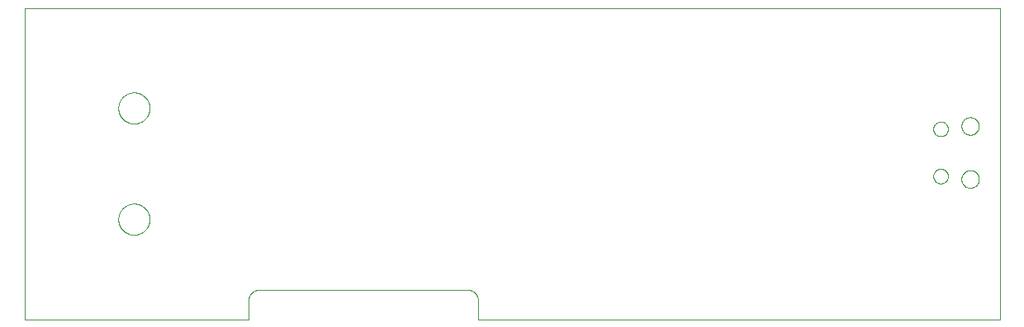
<source format=gbo>
G75*
%MOIN*%
%OFA0B0*%
%FSLAX25Y25*%
%IPPOS*%
%LPD*%
%AMOC8*
5,1,8,0,0,1.08239X$1,22.5*
%
%ADD10C,0.00000*%
D10*
X0001000Y0002063D02*
X0001000Y0128047D01*
X0394701Y0128047D01*
X0394701Y0002063D01*
X0184071Y0002063D01*
X0184071Y0009937D01*
X0184069Y0010061D01*
X0184063Y0010184D01*
X0184054Y0010308D01*
X0184040Y0010430D01*
X0184023Y0010553D01*
X0184001Y0010675D01*
X0183976Y0010796D01*
X0183947Y0010916D01*
X0183915Y0011035D01*
X0183878Y0011154D01*
X0183838Y0011271D01*
X0183795Y0011386D01*
X0183747Y0011501D01*
X0183696Y0011613D01*
X0183642Y0011724D01*
X0183584Y0011834D01*
X0183523Y0011941D01*
X0183458Y0012047D01*
X0183390Y0012150D01*
X0183319Y0012251D01*
X0183245Y0012350D01*
X0183168Y0012447D01*
X0183087Y0012541D01*
X0183004Y0012632D01*
X0182918Y0012721D01*
X0182829Y0012807D01*
X0182738Y0012890D01*
X0182644Y0012971D01*
X0182547Y0013048D01*
X0182448Y0013122D01*
X0182347Y0013193D01*
X0182244Y0013261D01*
X0182138Y0013326D01*
X0182031Y0013387D01*
X0181921Y0013445D01*
X0181810Y0013499D01*
X0181698Y0013550D01*
X0181583Y0013598D01*
X0181468Y0013641D01*
X0181351Y0013681D01*
X0181232Y0013718D01*
X0181113Y0013750D01*
X0180993Y0013779D01*
X0180872Y0013804D01*
X0180750Y0013826D01*
X0180627Y0013843D01*
X0180505Y0013857D01*
X0180381Y0013866D01*
X0180258Y0013872D01*
X0180134Y0013874D01*
X0095488Y0013874D01*
X0095364Y0013872D01*
X0095241Y0013866D01*
X0095117Y0013857D01*
X0094995Y0013843D01*
X0094872Y0013826D01*
X0094750Y0013804D01*
X0094629Y0013779D01*
X0094509Y0013750D01*
X0094390Y0013718D01*
X0094271Y0013681D01*
X0094154Y0013641D01*
X0094039Y0013598D01*
X0093924Y0013550D01*
X0093812Y0013499D01*
X0093701Y0013445D01*
X0093591Y0013387D01*
X0093484Y0013326D01*
X0093378Y0013261D01*
X0093275Y0013193D01*
X0093174Y0013122D01*
X0093075Y0013048D01*
X0092978Y0012971D01*
X0092884Y0012890D01*
X0092793Y0012807D01*
X0092704Y0012721D01*
X0092618Y0012632D01*
X0092535Y0012541D01*
X0092454Y0012447D01*
X0092377Y0012350D01*
X0092303Y0012251D01*
X0092232Y0012150D01*
X0092164Y0012047D01*
X0092099Y0011941D01*
X0092038Y0011834D01*
X0091980Y0011724D01*
X0091926Y0011613D01*
X0091875Y0011501D01*
X0091827Y0011386D01*
X0091784Y0011271D01*
X0091744Y0011154D01*
X0091707Y0011035D01*
X0091675Y0010916D01*
X0091646Y0010796D01*
X0091621Y0010675D01*
X0091599Y0010553D01*
X0091582Y0010430D01*
X0091568Y0010308D01*
X0091559Y0010184D01*
X0091553Y0010061D01*
X0091551Y0009937D01*
X0091551Y0002063D01*
X0001000Y0002063D01*
X0038934Y0042512D02*
X0038936Y0042670D01*
X0038942Y0042828D01*
X0038952Y0042986D01*
X0038966Y0043144D01*
X0038984Y0043301D01*
X0039005Y0043458D01*
X0039031Y0043614D01*
X0039061Y0043770D01*
X0039094Y0043925D01*
X0039132Y0044078D01*
X0039173Y0044231D01*
X0039218Y0044383D01*
X0039267Y0044534D01*
X0039320Y0044683D01*
X0039376Y0044831D01*
X0039436Y0044977D01*
X0039500Y0045122D01*
X0039568Y0045265D01*
X0039639Y0045407D01*
X0039713Y0045547D01*
X0039791Y0045684D01*
X0039873Y0045820D01*
X0039957Y0045954D01*
X0040046Y0046085D01*
X0040137Y0046214D01*
X0040232Y0046341D01*
X0040329Y0046466D01*
X0040430Y0046588D01*
X0040534Y0046707D01*
X0040641Y0046824D01*
X0040751Y0046938D01*
X0040864Y0047049D01*
X0040979Y0047158D01*
X0041097Y0047263D01*
X0041218Y0047365D01*
X0041341Y0047465D01*
X0041467Y0047561D01*
X0041595Y0047654D01*
X0041725Y0047744D01*
X0041858Y0047830D01*
X0041993Y0047914D01*
X0042129Y0047993D01*
X0042268Y0048070D01*
X0042409Y0048142D01*
X0042551Y0048212D01*
X0042695Y0048277D01*
X0042841Y0048339D01*
X0042988Y0048397D01*
X0043137Y0048452D01*
X0043287Y0048503D01*
X0043438Y0048550D01*
X0043590Y0048593D01*
X0043743Y0048632D01*
X0043898Y0048668D01*
X0044053Y0048699D01*
X0044209Y0048727D01*
X0044365Y0048751D01*
X0044522Y0048771D01*
X0044680Y0048787D01*
X0044837Y0048799D01*
X0044996Y0048807D01*
X0045154Y0048811D01*
X0045312Y0048811D01*
X0045470Y0048807D01*
X0045629Y0048799D01*
X0045786Y0048787D01*
X0045944Y0048771D01*
X0046101Y0048751D01*
X0046257Y0048727D01*
X0046413Y0048699D01*
X0046568Y0048668D01*
X0046723Y0048632D01*
X0046876Y0048593D01*
X0047028Y0048550D01*
X0047179Y0048503D01*
X0047329Y0048452D01*
X0047478Y0048397D01*
X0047625Y0048339D01*
X0047771Y0048277D01*
X0047915Y0048212D01*
X0048057Y0048142D01*
X0048198Y0048070D01*
X0048337Y0047993D01*
X0048473Y0047914D01*
X0048608Y0047830D01*
X0048741Y0047744D01*
X0048871Y0047654D01*
X0048999Y0047561D01*
X0049125Y0047465D01*
X0049248Y0047365D01*
X0049369Y0047263D01*
X0049487Y0047158D01*
X0049602Y0047049D01*
X0049715Y0046938D01*
X0049825Y0046824D01*
X0049932Y0046707D01*
X0050036Y0046588D01*
X0050137Y0046466D01*
X0050234Y0046341D01*
X0050329Y0046214D01*
X0050420Y0046085D01*
X0050509Y0045954D01*
X0050593Y0045820D01*
X0050675Y0045684D01*
X0050753Y0045547D01*
X0050827Y0045407D01*
X0050898Y0045265D01*
X0050966Y0045122D01*
X0051030Y0044977D01*
X0051090Y0044831D01*
X0051146Y0044683D01*
X0051199Y0044534D01*
X0051248Y0044383D01*
X0051293Y0044231D01*
X0051334Y0044078D01*
X0051372Y0043925D01*
X0051405Y0043770D01*
X0051435Y0043614D01*
X0051461Y0043458D01*
X0051482Y0043301D01*
X0051500Y0043144D01*
X0051514Y0042986D01*
X0051524Y0042828D01*
X0051530Y0042670D01*
X0051532Y0042512D01*
X0051530Y0042354D01*
X0051524Y0042196D01*
X0051514Y0042038D01*
X0051500Y0041880D01*
X0051482Y0041723D01*
X0051461Y0041566D01*
X0051435Y0041410D01*
X0051405Y0041254D01*
X0051372Y0041099D01*
X0051334Y0040946D01*
X0051293Y0040793D01*
X0051248Y0040641D01*
X0051199Y0040490D01*
X0051146Y0040341D01*
X0051090Y0040193D01*
X0051030Y0040047D01*
X0050966Y0039902D01*
X0050898Y0039759D01*
X0050827Y0039617D01*
X0050753Y0039477D01*
X0050675Y0039340D01*
X0050593Y0039204D01*
X0050509Y0039070D01*
X0050420Y0038939D01*
X0050329Y0038810D01*
X0050234Y0038683D01*
X0050137Y0038558D01*
X0050036Y0038436D01*
X0049932Y0038317D01*
X0049825Y0038200D01*
X0049715Y0038086D01*
X0049602Y0037975D01*
X0049487Y0037866D01*
X0049369Y0037761D01*
X0049248Y0037659D01*
X0049125Y0037559D01*
X0048999Y0037463D01*
X0048871Y0037370D01*
X0048741Y0037280D01*
X0048608Y0037194D01*
X0048473Y0037110D01*
X0048337Y0037031D01*
X0048198Y0036954D01*
X0048057Y0036882D01*
X0047915Y0036812D01*
X0047771Y0036747D01*
X0047625Y0036685D01*
X0047478Y0036627D01*
X0047329Y0036572D01*
X0047179Y0036521D01*
X0047028Y0036474D01*
X0046876Y0036431D01*
X0046723Y0036392D01*
X0046568Y0036356D01*
X0046413Y0036325D01*
X0046257Y0036297D01*
X0046101Y0036273D01*
X0045944Y0036253D01*
X0045786Y0036237D01*
X0045629Y0036225D01*
X0045470Y0036217D01*
X0045312Y0036213D01*
X0045154Y0036213D01*
X0044996Y0036217D01*
X0044837Y0036225D01*
X0044680Y0036237D01*
X0044522Y0036253D01*
X0044365Y0036273D01*
X0044209Y0036297D01*
X0044053Y0036325D01*
X0043898Y0036356D01*
X0043743Y0036392D01*
X0043590Y0036431D01*
X0043438Y0036474D01*
X0043287Y0036521D01*
X0043137Y0036572D01*
X0042988Y0036627D01*
X0042841Y0036685D01*
X0042695Y0036747D01*
X0042551Y0036812D01*
X0042409Y0036882D01*
X0042268Y0036954D01*
X0042129Y0037031D01*
X0041993Y0037110D01*
X0041858Y0037194D01*
X0041725Y0037280D01*
X0041595Y0037370D01*
X0041467Y0037463D01*
X0041341Y0037559D01*
X0041218Y0037659D01*
X0041097Y0037761D01*
X0040979Y0037866D01*
X0040864Y0037975D01*
X0040751Y0038086D01*
X0040641Y0038200D01*
X0040534Y0038317D01*
X0040430Y0038436D01*
X0040329Y0038558D01*
X0040232Y0038683D01*
X0040137Y0038810D01*
X0040046Y0038939D01*
X0039957Y0039070D01*
X0039873Y0039204D01*
X0039791Y0039340D01*
X0039713Y0039477D01*
X0039639Y0039617D01*
X0039568Y0039759D01*
X0039500Y0039902D01*
X0039436Y0040047D01*
X0039376Y0040193D01*
X0039320Y0040341D01*
X0039267Y0040490D01*
X0039218Y0040641D01*
X0039173Y0040793D01*
X0039132Y0040946D01*
X0039094Y0041099D01*
X0039061Y0041254D01*
X0039031Y0041410D01*
X0039005Y0041566D01*
X0038984Y0041723D01*
X0038966Y0041880D01*
X0038952Y0042038D01*
X0038942Y0042196D01*
X0038936Y0042354D01*
X0038934Y0042512D01*
X0038934Y0087512D02*
X0038936Y0087670D01*
X0038942Y0087828D01*
X0038952Y0087986D01*
X0038966Y0088144D01*
X0038984Y0088301D01*
X0039005Y0088458D01*
X0039031Y0088614D01*
X0039061Y0088770D01*
X0039094Y0088925D01*
X0039132Y0089078D01*
X0039173Y0089231D01*
X0039218Y0089383D01*
X0039267Y0089534D01*
X0039320Y0089683D01*
X0039376Y0089831D01*
X0039436Y0089977D01*
X0039500Y0090122D01*
X0039568Y0090265D01*
X0039639Y0090407D01*
X0039713Y0090547D01*
X0039791Y0090684D01*
X0039873Y0090820D01*
X0039957Y0090954D01*
X0040046Y0091085D01*
X0040137Y0091214D01*
X0040232Y0091341D01*
X0040329Y0091466D01*
X0040430Y0091588D01*
X0040534Y0091707D01*
X0040641Y0091824D01*
X0040751Y0091938D01*
X0040864Y0092049D01*
X0040979Y0092158D01*
X0041097Y0092263D01*
X0041218Y0092365D01*
X0041341Y0092465D01*
X0041467Y0092561D01*
X0041595Y0092654D01*
X0041725Y0092744D01*
X0041858Y0092830D01*
X0041993Y0092914D01*
X0042129Y0092993D01*
X0042268Y0093070D01*
X0042409Y0093142D01*
X0042551Y0093212D01*
X0042695Y0093277D01*
X0042841Y0093339D01*
X0042988Y0093397D01*
X0043137Y0093452D01*
X0043287Y0093503D01*
X0043438Y0093550D01*
X0043590Y0093593D01*
X0043743Y0093632D01*
X0043898Y0093668D01*
X0044053Y0093699D01*
X0044209Y0093727D01*
X0044365Y0093751D01*
X0044522Y0093771D01*
X0044680Y0093787D01*
X0044837Y0093799D01*
X0044996Y0093807D01*
X0045154Y0093811D01*
X0045312Y0093811D01*
X0045470Y0093807D01*
X0045629Y0093799D01*
X0045786Y0093787D01*
X0045944Y0093771D01*
X0046101Y0093751D01*
X0046257Y0093727D01*
X0046413Y0093699D01*
X0046568Y0093668D01*
X0046723Y0093632D01*
X0046876Y0093593D01*
X0047028Y0093550D01*
X0047179Y0093503D01*
X0047329Y0093452D01*
X0047478Y0093397D01*
X0047625Y0093339D01*
X0047771Y0093277D01*
X0047915Y0093212D01*
X0048057Y0093142D01*
X0048198Y0093070D01*
X0048337Y0092993D01*
X0048473Y0092914D01*
X0048608Y0092830D01*
X0048741Y0092744D01*
X0048871Y0092654D01*
X0048999Y0092561D01*
X0049125Y0092465D01*
X0049248Y0092365D01*
X0049369Y0092263D01*
X0049487Y0092158D01*
X0049602Y0092049D01*
X0049715Y0091938D01*
X0049825Y0091824D01*
X0049932Y0091707D01*
X0050036Y0091588D01*
X0050137Y0091466D01*
X0050234Y0091341D01*
X0050329Y0091214D01*
X0050420Y0091085D01*
X0050509Y0090954D01*
X0050593Y0090820D01*
X0050675Y0090684D01*
X0050753Y0090547D01*
X0050827Y0090407D01*
X0050898Y0090265D01*
X0050966Y0090122D01*
X0051030Y0089977D01*
X0051090Y0089831D01*
X0051146Y0089683D01*
X0051199Y0089534D01*
X0051248Y0089383D01*
X0051293Y0089231D01*
X0051334Y0089078D01*
X0051372Y0088925D01*
X0051405Y0088770D01*
X0051435Y0088614D01*
X0051461Y0088458D01*
X0051482Y0088301D01*
X0051500Y0088144D01*
X0051514Y0087986D01*
X0051524Y0087828D01*
X0051530Y0087670D01*
X0051532Y0087512D01*
X0051530Y0087354D01*
X0051524Y0087196D01*
X0051514Y0087038D01*
X0051500Y0086880D01*
X0051482Y0086723D01*
X0051461Y0086566D01*
X0051435Y0086410D01*
X0051405Y0086254D01*
X0051372Y0086099D01*
X0051334Y0085946D01*
X0051293Y0085793D01*
X0051248Y0085641D01*
X0051199Y0085490D01*
X0051146Y0085341D01*
X0051090Y0085193D01*
X0051030Y0085047D01*
X0050966Y0084902D01*
X0050898Y0084759D01*
X0050827Y0084617D01*
X0050753Y0084477D01*
X0050675Y0084340D01*
X0050593Y0084204D01*
X0050509Y0084070D01*
X0050420Y0083939D01*
X0050329Y0083810D01*
X0050234Y0083683D01*
X0050137Y0083558D01*
X0050036Y0083436D01*
X0049932Y0083317D01*
X0049825Y0083200D01*
X0049715Y0083086D01*
X0049602Y0082975D01*
X0049487Y0082866D01*
X0049369Y0082761D01*
X0049248Y0082659D01*
X0049125Y0082559D01*
X0048999Y0082463D01*
X0048871Y0082370D01*
X0048741Y0082280D01*
X0048608Y0082194D01*
X0048473Y0082110D01*
X0048337Y0082031D01*
X0048198Y0081954D01*
X0048057Y0081882D01*
X0047915Y0081812D01*
X0047771Y0081747D01*
X0047625Y0081685D01*
X0047478Y0081627D01*
X0047329Y0081572D01*
X0047179Y0081521D01*
X0047028Y0081474D01*
X0046876Y0081431D01*
X0046723Y0081392D01*
X0046568Y0081356D01*
X0046413Y0081325D01*
X0046257Y0081297D01*
X0046101Y0081273D01*
X0045944Y0081253D01*
X0045786Y0081237D01*
X0045629Y0081225D01*
X0045470Y0081217D01*
X0045312Y0081213D01*
X0045154Y0081213D01*
X0044996Y0081217D01*
X0044837Y0081225D01*
X0044680Y0081237D01*
X0044522Y0081253D01*
X0044365Y0081273D01*
X0044209Y0081297D01*
X0044053Y0081325D01*
X0043898Y0081356D01*
X0043743Y0081392D01*
X0043590Y0081431D01*
X0043438Y0081474D01*
X0043287Y0081521D01*
X0043137Y0081572D01*
X0042988Y0081627D01*
X0042841Y0081685D01*
X0042695Y0081747D01*
X0042551Y0081812D01*
X0042409Y0081882D01*
X0042268Y0081954D01*
X0042129Y0082031D01*
X0041993Y0082110D01*
X0041858Y0082194D01*
X0041725Y0082280D01*
X0041595Y0082370D01*
X0041467Y0082463D01*
X0041341Y0082559D01*
X0041218Y0082659D01*
X0041097Y0082761D01*
X0040979Y0082866D01*
X0040864Y0082975D01*
X0040751Y0083086D01*
X0040641Y0083200D01*
X0040534Y0083317D01*
X0040430Y0083436D01*
X0040329Y0083558D01*
X0040232Y0083683D01*
X0040137Y0083810D01*
X0040046Y0083939D01*
X0039957Y0084070D01*
X0039873Y0084204D01*
X0039791Y0084340D01*
X0039713Y0084477D01*
X0039639Y0084617D01*
X0039568Y0084759D01*
X0039500Y0084902D01*
X0039436Y0085047D01*
X0039376Y0085193D01*
X0039320Y0085341D01*
X0039267Y0085490D01*
X0039218Y0085641D01*
X0039173Y0085793D01*
X0039132Y0085946D01*
X0039094Y0086099D01*
X0039061Y0086254D01*
X0039031Y0086410D01*
X0039005Y0086566D01*
X0038984Y0086723D01*
X0038966Y0086880D01*
X0038952Y0087038D01*
X0038942Y0087196D01*
X0038936Y0087354D01*
X0038934Y0087512D01*
X0367890Y0079051D02*
X0367892Y0079159D01*
X0367898Y0079268D01*
X0367908Y0079376D01*
X0367922Y0079483D01*
X0367940Y0079590D01*
X0367961Y0079697D01*
X0367987Y0079802D01*
X0368017Y0079907D01*
X0368050Y0080010D01*
X0368087Y0080112D01*
X0368128Y0080212D01*
X0368172Y0080311D01*
X0368221Y0080409D01*
X0368272Y0080504D01*
X0368327Y0080597D01*
X0368386Y0080689D01*
X0368448Y0080778D01*
X0368513Y0080865D01*
X0368581Y0080949D01*
X0368652Y0081031D01*
X0368726Y0081110D01*
X0368803Y0081186D01*
X0368883Y0081260D01*
X0368966Y0081330D01*
X0369051Y0081398D01*
X0369138Y0081462D01*
X0369228Y0081523D01*
X0369320Y0081581D01*
X0369414Y0081635D01*
X0369510Y0081686D01*
X0369607Y0081733D01*
X0369707Y0081777D01*
X0369808Y0081817D01*
X0369910Y0081853D01*
X0370013Y0081885D01*
X0370118Y0081914D01*
X0370224Y0081938D01*
X0370330Y0081959D01*
X0370437Y0081976D01*
X0370545Y0081989D01*
X0370653Y0081998D01*
X0370762Y0082003D01*
X0370870Y0082004D01*
X0370979Y0082001D01*
X0371087Y0081994D01*
X0371195Y0081983D01*
X0371302Y0081968D01*
X0371409Y0081949D01*
X0371515Y0081926D01*
X0371620Y0081900D01*
X0371725Y0081869D01*
X0371827Y0081835D01*
X0371929Y0081797D01*
X0372029Y0081755D01*
X0372128Y0081710D01*
X0372225Y0081661D01*
X0372319Y0081608D01*
X0372412Y0081552D01*
X0372503Y0081493D01*
X0372592Y0081430D01*
X0372678Y0081365D01*
X0372762Y0081296D01*
X0372843Y0081224D01*
X0372921Y0081149D01*
X0372997Y0081071D01*
X0373070Y0080990D01*
X0373140Y0080907D01*
X0373206Y0080822D01*
X0373270Y0080734D01*
X0373330Y0080643D01*
X0373387Y0080551D01*
X0373440Y0080456D01*
X0373490Y0080360D01*
X0373536Y0080262D01*
X0373579Y0080162D01*
X0373618Y0080061D01*
X0373653Y0079958D01*
X0373685Y0079855D01*
X0373712Y0079750D01*
X0373736Y0079644D01*
X0373756Y0079537D01*
X0373772Y0079430D01*
X0373784Y0079322D01*
X0373792Y0079214D01*
X0373796Y0079105D01*
X0373796Y0078997D01*
X0373792Y0078888D01*
X0373784Y0078780D01*
X0373772Y0078672D01*
X0373756Y0078565D01*
X0373736Y0078458D01*
X0373712Y0078352D01*
X0373685Y0078247D01*
X0373653Y0078144D01*
X0373618Y0078041D01*
X0373579Y0077940D01*
X0373536Y0077840D01*
X0373490Y0077742D01*
X0373440Y0077646D01*
X0373387Y0077551D01*
X0373330Y0077459D01*
X0373270Y0077368D01*
X0373206Y0077280D01*
X0373140Y0077195D01*
X0373070Y0077112D01*
X0372997Y0077031D01*
X0372921Y0076953D01*
X0372843Y0076878D01*
X0372762Y0076806D01*
X0372678Y0076737D01*
X0372592Y0076672D01*
X0372503Y0076609D01*
X0372412Y0076550D01*
X0372320Y0076494D01*
X0372225Y0076441D01*
X0372128Y0076392D01*
X0372029Y0076347D01*
X0371929Y0076305D01*
X0371827Y0076267D01*
X0371725Y0076233D01*
X0371620Y0076202D01*
X0371515Y0076176D01*
X0371409Y0076153D01*
X0371302Y0076134D01*
X0371195Y0076119D01*
X0371087Y0076108D01*
X0370979Y0076101D01*
X0370870Y0076098D01*
X0370762Y0076099D01*
X0370653Y0076104D01*
X0370545Y0076113D01*
X0370437Y0076126D01*
X0370330Y0076143D01*
X0370224Y0076164D01*
X0370118Y0076188D01*
X0370013Y0076217D01*
X0369910Y0076249D01*
X0369808Y0076285D01*
X0369707Y0076325D01*
X0369607Y0076369D01*
X0369510Y0076416D01*
X0369414Y0076467D01*
X0369320Y0076521D01*
X0369228Y0076579D01*
X0369138Y0076640D01*
X0369051Y0076704D01*
X0368966Y0076772D01*
X0368883Y0076842D01*
X0368803Y0076916D01*
X0368726Y0076992D01*
X0368652Y0077071D01*
X0368581Y0077153D01*
X0368513Y0077237D01*
X0368448Y0077324D01*
X0368386Y0077413D01*
X0368327Y0077505D01*
X0368272Y0077598D01*
X0368221Y0077693D01*
X0368172Y0077791D01*
X0368128Y0077890D01*
X0368087Y0077990D01*
X0368050Y0078092D01*
X0368017Y0078195D01*
X0367987Y0078300D01*
X0367961Y0078405D01*
X0367940Y0078512D01*
X0367922Y0078619D01*
X0367908Y0078726D01*
X0367898Y0078834D01*
X0367892Y0078943D01*
X0367890Y0079051D01*
X0379229Y0080232D02*
X0379231Y0080350D01*
X0379237Y0080469D01*
X0379247Y0080587D01*
X0379261Y0080704D01*
X0379278Y0080821D01*
X0379300Y0080938D01*
X0379326Y0081053D01*
X0379355Y0081168D01*
X0379388Y0081282D01*
X0379425Y0081394D01*
X0379466Y0081505D01*
X0379510Y0081615D01*
X0379558Y0081723D01*
X0379610Y0081830D01*
X0379665Y0081935D01*
X0379724Y0082038D01*
X0379786Y0082138D01*
X0379851Y0082237D01*
X0379920Y0082334D01*
X0379991Y0082428D01*
X0380066Y0082519D01*
X0380144Y0082609D01*
X0380225Y0082695D01*
X0380309Y0082779D01*
X0380395Y0082860D01*
X0380485Y0082938D01*
X0380576Y0083013D01*
X0380670Y0083084D01*
X0380767Y0083153D01*
X0380866Y0083218D01*
X0380966Y0083280D01*
X0381069Y0083339D01*
X0381174Y0083394D01*
X0381281Y0083446D01*
X0381389Y0083494D01*
X0381499Y0083538D01*
X0381610Y0083579D01*
X0381722Y0083616D01*
X0381836Y0083649D01*
X0381951Y0083678D01*
X0382066Y0083704D01*
X0382183Y0083726D01*
X0382300Y0083743D01*
X0382417Y0083757D01*
X0382535Y0083767D01*
X0382654Y0083773D01*
X0382772Y0083775D01*
X0382890Y0083773D01*
X0383009Y0083767D01*
X0383127Y0083757D01*
X0383244Y0083743D01*
X0383361Y0083726D01*
X0383478Y0083704D01*
X0383593Y0083678D01*
X0383708Y0083649D01*
X0383822Y0083616D01*
X0383934Y0083579D01*
X0384045Y0083538D01*
X0384155Y0083494D01*
X0384263Y0083446D01*
X0384370Y0083394D01*
X0384475Y0083339D01*
X0384578Y0083280D01*
X0384678Y0083218D01*
X0384777Y0083153D01*
X0384874Y0083084D01*
X0384968Y0083013D01*
X0385059Y0082938D01*
X0385149Y0082860D01*
X0385235Y0082779D01*
X0385319Y0082695D01*
X0385400Y0082609D01*
X0385478Y0082519D01*
X0385553Y0082428D01*
X0385624Y0082334D01*
X0385693Y0082237D01*
X0385758Y0082138D01*
X0385820Y0082038D01*
X0385879Y0081935D01*
X0385934Y0081830D01*
X0385986Y0081723D01*
X0386034Y0081615D01*
X0386078Y0081505D01*
X0386119Y0081394D01*
X0386156Y0081282D01*
X0386189Y0081168D01*
X0386218Y0081053D01*
X0386244Y0080938D01*
X0386266Y0080821D01*
X0386283Y0080704D01*
X0386297Y0080587D01*
X0386307Y0080469D01*
X0386313Y0080350D01*
X0386315Y0080232D01*
X0386313Y0080114D01*
X0386307Y0079995D01*
X0386297Y0079877D01*
X0386283Y0079760D01*
X0386266Y0079643D01*
X0386244Y0079526D01*
X0386218Y0079411D01*
X0386189Y0079296D01*
X0386156Y0079182D01*
X0386119Y0079070D01*
X0386078Y0078959D01*
X0386034Y0078849D01*
X0385986Y0078741D01*
X0385934Y0078634D01*
X0385879Y0078529D01*
X0385820Y0078426D01*
X0385758Y0078326D01*
X0385693Y0078227D01*
X0385624Y0078130D01*
X0385553Y0078036D01*
X0385478Y0077945D01*
X0385400Y0077855D01*
X0385319Y0077769D01*
X0385235Y0077685D01*
X0385149Y0077604D01*
X0385059Y0077526D01*
X0384968Y0077451D01*
X0384874Y0077380D01*
X0384777Y0077311D01*
X0384678Y0077246D01*
X0384578Y0077184D01*
X0384475Y0077125D01*
X0384370Y0077070D01*
X0384263Y0077018D01*
X0384155Y0076970D01*
X0384045Y0076926D01*
X0383934Y0076885D01*
X0383822Y0076848D01*
X0383708Y0076815D01*
X0383593Y0076786D01*
X0383478Y0076760D01*
X0383361Y0076738D01*
X0383244Y0076721D01*
X0383127Y0076707D01*
X0383009Y0076697D01*
X0382890Y0076691D01*
X0382772Y0076689D01*
X0382654Y0076691D01*
X0382535Y0076697D01*
X0382417Y0076707D01*
X0382300Y0076721D01*
X0382183Y0076738D01*
X0382066Y0076760D01*
X0381951Y0076786D01*
X0381836Y0076815D01*
X0381722Y0076848D01*
X0381610Y0076885D01*
X0381499Y0076926D01*
X0381389Y0076970D01*
X0381281Y0077018D01*
X0381174Y0077070D01*
X0381069Y0077125D01*
X0380966Y0077184D01*
X0380866Y0077246D01*
X0380767Y0077311D01*
X0380670Y0077380D01*
X0380576Y0077451D01*
X0380485Y0077526D01*
X0380395Y0077604D01*
X0380309Y0077685D01*
X0380225Y0077769D01*
X0380144Y0077855D01*
X0380066Y0077945D01*
X0379991Y0078036D01*
X0379920Y0078130D01*
X0379851Y0078227D01*
X0379786Y0078326D01*
X0379724Y0078426D01*
X0379665Y0078529D01*
X0379610Y0078634D01*
X0379558Y0078741D01*
X0379510Y0078849D01*
X0379466Y0078959D01*
X0379425Y0079070D01*
X0379388Y0079182D01*
X0379355Y0079296D01*
X0379326Y0079411D01*
X0379300Y0079526D01*
X0379278Y0079643D01*
X0379261Y0079760D01*
X0379247Y0079877D01*
X0379237Y0079995D01*
X0379231Y0080114D01*
X0379229Y0080232D01*
X0367890Y0059957D02*
X0367892Y0060065D01*
X0367898Y0060174D01*
X0367908Y0060282D01*
X0367922Y0060389D01*
X0367940Y0060496D01*
X0367961Y0060603D01*
X0367987Y0060708D01*
X0368017Y0060813D01*
X0368050Y0060916D01*
X0368087Y0061018D01*
X0368128Y0061118D01*
X0368172Y0061217D01*
X0368221Y0061315D01*
X0368272Y0061410D01*
X0368327Y0061503D01*
X0368386Y0061595D01*
X0368448Y0061684D01*
X0368513Y0061771D01*
X0368581Y0061855D01*
X0368652Y0061937D01*
X0368726Y0062016D01*
X0368803Y0062092D01*
X0368883Y0062166D01*
X0368966Y0062236D01*
X0369051Y0062304D01*
X0369138Y0062368D01*
X0369228Y0062429D01*
X0369320Y0062487D01*
X0369414Y0062541D01*
X0369510Y0062592D01*
X0369607Y0062639D01*
X0369707Y0062683D01*
X0369808Y0062723D01*
X0369910Y0062759D01*
X0370013Y0062791D01*
X0370118Y0062820D01*
X0370224Y0062844D01*
X0370330Y0062865D01*
X0370437Y0062882D01*
X0370545Y0062895D01*
X0370653Y0062904D01*
X0370762Y0062909D01*
X0370870Y0062910D01*
X0370979Y0062907D01*
X0371087Y0062900D01*
X0371195Y0062889D01*
X0371302Y0062874D01*
X0371409Y0062855D01*
X0371515Y0062832D01*
X0371620Y0062806D01*
X0371725Y0062775D01*
X0371827Y0062741D01*
X0371929Y0062703D01*
X0372029Y0062661D01*
X0372128Y0062616D01*
X0372225Y0062567D01*
X0372319Y0062514D01*
X0372412Y0062458D01*
X0372503Y0062399D01*
X0372592Y0062336D01*
X0372678Y0062271D01*
X0372762Y0062202D01*
X0372843Y0062130D01*
X0372921Y0062055D01*
X0372997Y0061977D01*
X0373070Y0061896D01*
X0373140Y0061813D01*
X0373206Y0061728D01*
X0373270Y0061640D01*
X0373330Y0061549D01*
X0373387Y0061457D01*
X0373440Y0061362D01*
X0373490Y0061266D01*
X0373536Y0061168D01*
X0373579Y0061068D01*
X0373618Y0060967D01*
X0373653Y0060864D01*
X0373685Y0060761D01*
X0373712Y0060656D01*
X0373736Y0060550D01*
X0373756Y0060443D01*
X0373772Y0060336D01*
X0373784Y0060228D01*
X0373792Y0060120D01*
X0373796Y0060011D01*
X0373796Y0059903D01*
X0373792Y0059794D01*
X0373784Y0059686D01*
X0373772Y0059578D01*
X0373756Y0059471D01*
X0373736Y0059364D01*
X0373712Y0059258D01*
X0373685Y0059153D01*
X0373653Y0059050D01*
X0373618Y0058947D01*
X0373579Y0058846D01*
X0373536Y0058746D01*
X0373490Y0058648D01*
X0373440Y0058552D01*
X0373387Y0058457D01*
X0373330Y0058365D01*
X0373270Y0058274D01*
X0373206Y0058186D01*
X0373140Y0058101D01*
X0373070Y0058018D01*
X0372997Y0057937D01*
X0372921Y0057859D01*
X0372843Y0057784D01*
X0372762Y0057712D01*
X0372678Y0057643D01*
X0372592Y0057578D01*
X0372503Y0057515D01*
X0372412Y0057456D01*
X0372320Y0057400D01*
X0372225Y0057347D01*
X0372128Y0057298D01*
X0372029Y0057253D01*
X0371929Y0057211D01*
X0371827Y0057173D01*
X0371725Y0057139D01*
X0371620Y0057108D01*
X0371515Y0057082D01*
X0371409Y0057059D01*
X0371302Y0057040D01*
X0371195Y0057025D01*
X0371087Y0057014D01*
X0370979Y0057007D01*
X0370870Y0057004D01*
X0370762Y0057005D01*
X0370653Y0057010D01*
X0370545Y0057019D01*
X0370437Y0057032D01*
X0370330Y0057049D01*
X0370224Y0057070D01*
X0370118Y0057094D01*
X0370013Y0057123D01*
X0369910Y0057155D01*
X0369808Y0057191D01*
X0369707Y0057231D01*
X0369607Y0057275D01*
X0369510Y0057322D01*
X0369414Y0057373D01*
X0369320Y0057427D01*
X0369228Y0057485D01*
X0369138Y0057546D01*
X0369051Y0057610D01*
X0368966Y0057678D01*
X0368883Y0057748D01*
X0368803Y0057822D01*
X0368726Y0057898D01*
X0368652Y0057977D01*
X0368581Y0058059D01*
X0368513Y0058143D01*
X0368448Y0058230D01*
X0368386Y0058319D01*
X0368327Y0058411D01*
X0368272Y0058504D01*
X0368221Y0058599D01*
X0368172Y0058697D01*
X0368128Y0058796D01*
X0368087Y0058896D01*
X0368050Y0058998D01*
X0368017Y0059101D01*
X0367987Y0059206D01*
X0367961Y0059311D01*
X0367940Y0059418D01*
X0367922Y0059525D01*
X0367908Y0059632D01*
X0367898Y0059740D01*
X0367892Y0059849D01*
X0367890Y0059957D01*
X0379229Y0058776D02*
X0379231Y0058894D01*
X0379237Y0059013D01*
X0379247Y0059131D01*
X0379261Y0059248D01*
X0379278Y0059365D01*
X0379300Y0059482D01*
X0379326Y0059597D01*
X0379355Y0059712D01*
X0379388Y0059826D01*
X0379425Y0059938D01*
X0379466Y0060049D01*
X0379510Y0060159D01*
X0379558Y0060267D01*
X0379610Y0060374D01*
X0379665Y0060479D01*
X0379724Y0060582D01*
X0379786Y0060682D01*
X0379851Y0060781D01*
X0379920Y0060878D01*
X0379991Y0060972D01*
X0380066Y0061063D01*
X0380144Y0061153D01*
X0380225Y0061239D01*
X0380309Y0061323D01*
X0380395Y0061404D01*
X0380485Y0061482D01*
X0380576Y0061557D01*
X0380670Y0061628D01*
X0380767Y0061697D01*
X0380866Y0061762D01*
X0380966Y0061824D01*
X0381069Y0061883D01*
X0381174Y0061938D01*
X0381281Y0061990D01*
X0381389Y0062038D01*
X0381499Y0062082D01*
X0381610Y0062123D01*
X0381722Y0062160D01*
X0381836Y0062193D01*
X0381951Y0062222D01*
X0382066Y0062248D01*
X0382183Y0062270D01*
X0382300Y0062287D01*
X0382417Y0062301D01*
X0382535Y0062311D01*
X0382654Y0062317D01*
X0382772Y0062319D01*
X0382890Y0062317D01*
X0383009Y0062311D01*
X0383127Y0062301D01*
X0383244Y0062287D01*
X0383361Y0062270D01*
X0383478Y0062248D01*
X0383593Y0062222D01*
X0383708Y0062193D01*
X0383822Y0062160D01*
X0383934Y0062123D01*
X0384045Y0062082D01*
X0384155Y0062038D01*
X0384263Y0061990D01*
X0384370Y0061938D01*
X0384475Y0061883D01*
X0384578Y0061824D01*
X0384678Y0061762D01*
X0384777Y0061697D01*
X0384874Y0061628D01*
X0384968Y0061557D01*
X0385059Y0061482D01*
X0385149Y0061404D01*
X0385235Y0061323D01*
X0385319Y0061239D01*
X0385400Y0061153D01*
X0385478Y0061063D01*
X0385553Y0060972D01*
X0385624Y0060878D01*
X0385693Y0060781D01*
X0385758Y0060682D01*
X0385820Y0060582D01*
X0385879Y0060479D01*
X0385934Y0060374D01*
X0385986Y0060267D01*
X0386034Y0060159D01*
X0386078Y0060049D01*
X0386119Y0059938D01*
X0386156Y0059826D01*
X0386189Y0059712D01*
X0386218Y0059597D01*
X0386244Y0059482D01*
X0386266Y0059365D01*
X0386283Y0059248D01*
X0386297Y0059131D01*
X0386307Y0059013D01*
X0386313Y0058894D01*
X0386315Y0058776D01*
X0386313Y0058658D01*
X0386307Y0058539D01*
X0386297Y0058421D01*
X0386283Y0058304D01*
X0386266Y0058187D01*
X0386244Y0058070D01*
X0386218Y0057955D01*
X0386189Y0057840D01*
X0386156Y0057726D01*
X0386119Y0057614D01*
X0386078Y0057503D01*
X0386034Y0057393D01*
X0385986Y0057285D01*
X0385934Y0057178D01*
X0385879Y0057073D01*
X0385820Y0056970D01*
X0385758Y0056870D01*
X0385693Y0056771D01*
X0385624Y0056674D01*
X0385553Y0056580D01*
X0385478Y0056489D01*
X0385400Y0056399D01*
X0385319Y0056313D01*
X0385235Y0056229D01*
X0385149Y0056148D01*
X0385059Y0056070D01*
X0384968Y0055995D01*
X0384874Y0055924D01*
X0384777Y0055855D01*
X0384678Y0055790D01*
X0384578Y0055728D01*
X0384475Y0055669D01*
X0384370Y0055614D01*
X0384263Y0055562D01*
X0384155Y0055514D01*
X0384045Y0055470D01*
X0383934Y0055429D01*
X0383822Y0055392D01*
X0383708Y0055359D01*
X0383593Y0055330D01*
X0383478Y0055304D01*
X0383361Y0055282D01*
X0383244Y0055265D01*
X0383127Y0055251D01*
X0383009Y0055241D01*
X0382890Y0055235D01*
X0382772Y0055233D01*
X0382654Y0055235D01*
X0382535Y0055241D01*
X0382417Y0055251D01*
X0382300Y0055265D01*
X0382183Y0055282D01*
X0382066Y0055304D01*
X0381951Y0055330D01*
X0381836Y0055359D01*
X0381722Y0055392D01*
X0381610Y0055429D01*
X0381499Y0055470D01*
X0381389Y0055514D01*
X0381281Y0055562D01*
X0381174Y0055614D01*
X0381069Y0055669D01*
X0380966Y0055728D01*
X0380866Y0055790D01*
X0380767Y0055855D01*
X0380670Y0055924D01*
X0380576Y0055995D01*
X0380485Y0056070D01*
X0380395Y0056148D01*
X0380309Y0056229D01*
X0380225Y0056313D01*
X0380144Y0056399D01*
X0380066Y0056489D01*
X0379991Y0056580D01*
X0379920Y0056674D01*
X0379851Y0056771D01*
X0379786Y0056870D01*
X0379724Y0056970D01*
X0379665Y0057073D01*
X0379610Y0057178D01*
X0379558Y0057285D01*
X0379510Y0057393D01*
X0379466Y0057503D01*
X0379425Y0057614D01*
X0379388Y0057726D01*
X0379355Y0057840D01*
X0379326Y0057955D01*
X0379300Y0058070D01*
X0379278Y0058187D01*
X0379261Y0058304D01*
X0379247Y0058421D01*
X0379237Y0058539D01*
X0379231Y0058658D01*
X0379229Y0058776D01*
M02*

</source>
